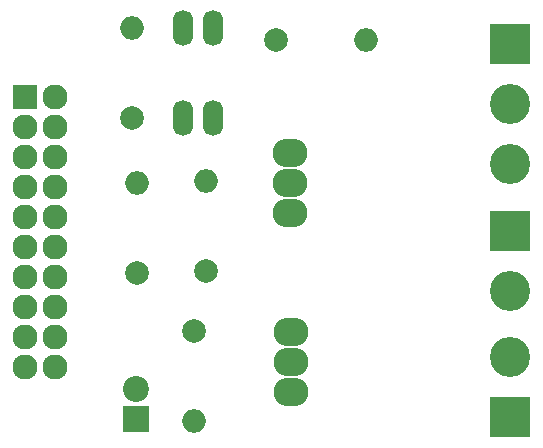
<source format=gbr>
G04 #@! TF.GenerationSoftware,KiCad,Pcbnew,(2017-11-24 revision a01d81e4b)-makepkg*
G04 #@! TF.CreationDate,2017-12-25T08:13:52+07:00*
G04 #@! TF.ProjectId,Motor DC power,4D6F746F7220444320706F7765722E6B,rev?*
G04 #@! TF.SameCoordinates,Original*
G04 #@! TF.FileFunction,Soldermask,Top*
G04 #@! TF.FilePolarity,Negative*
%FSLAX46Y46*%
G04 Gerber Fmt 4.6, Leading zero omitted, Abs format (unit mm)*
G04 Created by KiCad (PCBNEW (2017-11-24 revision a01d81e4b)-makepkg) date 12/25/17 08:13:52*
%MOMM*%
%LPD*%
G01*
G04 APERTURE LIST*
%ADD10R,2.200000X2.200000*%
%ADD11C,2.200000*%
%ADD12C,2.000000*%
%ADD13O,2.000000X2.000000*%
%ADD14O,2.940000X2.432000*%
%ADD15R,2.127200X2.127200*%
%ADD16O,2.127200X2.127200*%
%ADD17R,3.400000X3.400000*%
%ADD18C,3.400000*%
%ADD19O,1.720800X3.041600*%
G04 APERTURE END LIST*
D10*
X112050000Y-121925000D03*
D11*
X112050000Y-119385000D03*
D12*
X117000000Y-114500000D03*
D13*
X117000000Y-122120000D03*
D14*
X125100000Y-101960000D03*
X125100000Y-104500000D03*
X125100000Y-99420000D03*
D15*
X102700000Y-94665000D03*
D16*
X105240000Y-94665000D03*
X102700000Y-97205000D03*
X105240000Y-97205000D03*
X102700000Y-99745000D03*
X105240000Y-99745000D03*
X102700000Y-102285000D03*
X105240000Y-102285000D03*
X102700000Y-104825000D03*
X105240000Y-104825000D03*
X102700000Y-107365000D03*
X105240000Y-107365000D03*
X102700000Y-109905000D03*
X105240000Y-109905000D03*
X102700000Y-112445000D03*
X105240000Y-112445000D03*
X102700000Y-114985000D03*
X105240000Y-114985000D03*
X102700000Y-117525000D03*
X105240000Y-117525000D03*
D17*
X143700000Y-90190000D03*
D18*
X143700000Y-95270000D03*
X143700000Y-100350000D03*
D17*
X143700000Y-106020000D03*
D18*
X143700000Y-111100000D03*
D17*
X143700000Y-121780000D03*
D18*
X143700000Y-116700000D03*
D14*
X125200000Y-117100000D03*
X125200000Y-119640000D03*
X125200000Y-114560000D03*
D12*
X111750000Y-96450000D03*
D13*
X111750000Y-88830000D03*
D12*
X123900000Y-89875000D03*
D13*
X131520000Y-89875000D03*
D12*
X112100000Y-109570000D03*
D13*
X112100000Y-101950000D03*
D12*
X118025000Y-109425000D03*
D13*
X118025000Y-101805000D03*
D19*
X116005000Y-96460000D03*
X118545000Y-96460000D03*
X118545000Y-88840000D03*
X116005000Y-88840000D03*
M02*

</source>
